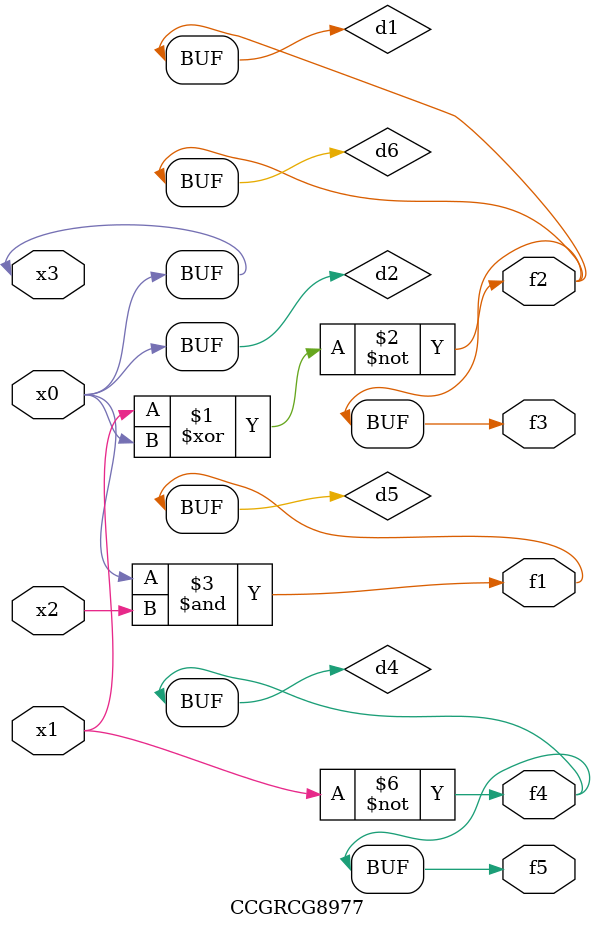
<source format=v>
module CCGRCG8977(
	input x0, x1, x2, x3,
	output f1, f2, f3, f4, f5
);

	wire d1, d2, d3, d4, d5, d6;

	xnor (d1, x1, x3);
	buf (d2, x0, x3);
	nand (d3, x0, x2);
	not (d4, x1);
	nand (d5, d3);
	or (d6, d1);
	assign f1 = d5;
	assign f2 = d6;
	assign f3 = d6;
	assign f4 = d4;
	assign f5 = d4;
endmodule

</source>
